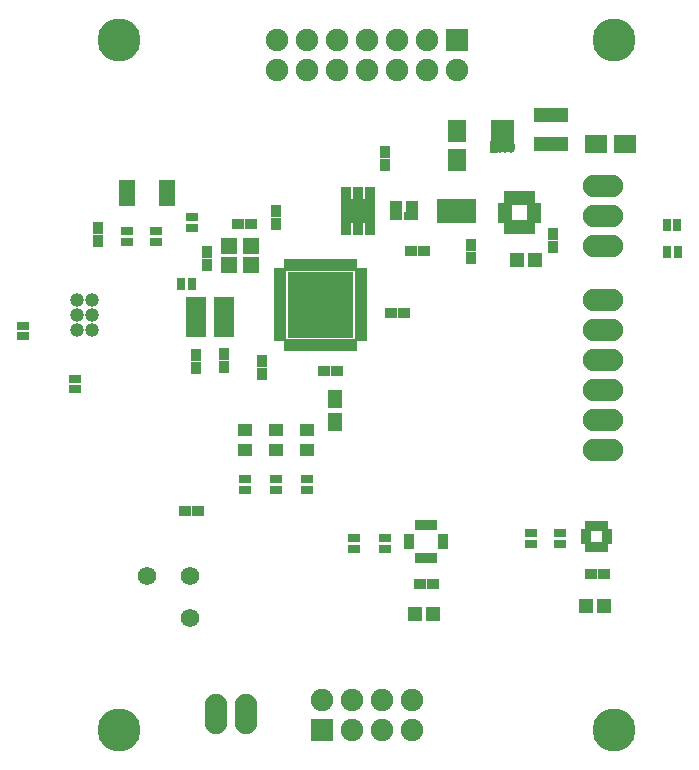
<source format=gbr>
G04 #@! TF.FileFunction,Soldermask,Top*
%FSLAX46Y46*%
G04 Gerber Fmt 4.6, Leading zero omitted, Abs format (unit mm)*
G04 Created by KiCad (PCBNEW 4.0.4-stable) date 01/20/17 21:30:08*
%MOMM*%
%LPD*%
G01*
G04 APERTURE LIST*
%ADD10C,0.100000*%
%ADD11R,1.650000X1.900000*%
%ADD12R,1.900000X1.650000*%
%ADD13R,0.900000X1.000000*%
%ADD14R,1.000000X0.900000*%
%ADD15R,1.200000X1.150000*%
%ADD16R,2.900000X1.150000*%
%ADD17R,1.800000X3.400000*%
%ADD18R,0.800000X1.000000*%
%ADD19R,0.650000X1.000000*%
%ADD20O,0.650000X1.000000*%
%ADD21R,0.700000X1.900000*%
%ADD22R,1.100000X0.650000*%
%ADD23R,0.650000X1.100000*%
%ADD24R,1.687500X1.687500*%
%ADD25R,1.200000X0.650000*%
%ADD26R,1.050000X0.650000*%
%ADD27R,0.850000X1.250000*%
%ADD28R,2.900000X2.000000*%
%ADD29R,1.400000X1.350000*%
%ADD30R,0.750000X1.200000*%
%ADD31R,1.200000X0.750000*%
%ADD32R,1.700000X0.800000*%
%ADD33O,3.414980X1.906220*%
%ADD34R,1.200000X1.000000*%
%ADD35R,1.000000X0.800000*%
%ADD36R,1.898600X1.898600*%
%ADD37C,1.898600*%
%ADD38C,1.187400*%
%ADD39R,1.150000X1.600000*%
%ADD40C,3.651200*%
%ADD41R,0.950000X0.800000*%
%ADD42R,0.800000X0.950000*%
%ADD43R,1.400000X2.300000*%
%ADD44C,1.558000*%
%ADD45R,1.910000X1.910000*%
%ADD46C,1.910000*%
%ADD47O,1.910000X3.410000*%
G04 APERTURE END LIST*
D10*
D11*
X134620000Y-80080800D03*
X134620000Y-82580800D03*
D12*
X146400200Y-81203800D03*
X148900200Y-81203800D03*
D13*
X119329200Y-87976800D03*
X119329200Y-86876800D03*
D14*
X129040800Y-95529400D03*
X130140800Y-95529400D03*
X117186800Y-87960200D03*
X116086800Y-87960200D03*
D13*
X118160800Y-99576800D03*
X118160800Y-100676800D03*
D14*
X123351200Y-100431600D03*
X124451200Y-100431600D03*
D13*
X113461800Y-91431200D03*
X113461800Y-90331200D03*
X112522000Y-99018000D03*
X112522000Y-100118000D03*
X114935000Y-98967200D03*
X114935000Y-100067200D03*
D14*
X130768000Y-90220800D03*
X131868000Y-90220800D03*
D13*
X142748000Y-88781800D03*
X142748000Y-89881800D03*
D15*
X141212000Y-91008200D03*
X139712000Y-91008200D03*
D13*
X135864600Y-89721600D03*
X135864600Y-90821600D03*
X128574800Y-82998400D03*
X128574800Y-81898400D03*
D16*
X142570200Y-81209600D03*
X142570200Y-78759600D03*
D17*
X114935000Y-95859600D03*
X112535000Y-95859600D03*
D18*
X111310000Y-93014800D03*
X112210000Y-93014800D03*
D19*
X137752200Y-81432400D03*
D20*
X138252200Y-81432400D03*
D21*
X137902200Y-80082400D03*
X138502200Y-80082400D03*
X139102200Y-80082400D03*
D20*
X138752200Y-81432400D03*
X139252200Y-81432400D03*
D22*
X119681600Y-92064600D03*
X119681600Y-92564600D03*
X119681600Y-93064600D03*
X119681600Y-93564600D03*
X119681600Y-94064600D03*
X119681600Y-94564600D03*
X119681600Y-95064600D03*
X119681600Y-95564600D03*
X119681600Y-96064600D03*
X119681600Y-96564600D03*
X119681600Y-97064600D03*
X119681600Y-97564600D03*
D23*
X120331600Y-98214600D03*
X120831600Y-98214600D03*
X121331600Y-98214600D03*
X121831600Y-98214600D03*
X122331600Y-98214600D03*
X122831600Y-98214600D03*
X123331600Y-98214600D03*
X123831600Y-98214600D03*
X124331600Y-98214600D03*
X124831600Y-98214600D03*
X125331600Y-98214600D03*
X125831600Y-98214600D03*
D22*
X126481600Y-97564600D03*
X126481600Y-97064600D03*
X126481600Y-96564600D03*
X126481600Y-96064600D03*
X126481600Y-95564600D03*
X126481600Y-95064600D03*
X126481600Y-94564600D03*
X126481600Y-94064600D03*
X126481600Y-93564600D03*
X126481600Y-93064600D03*
X126481600Y-92564600D03*
X126481600Y-92064600D03*
D23*
X125831600Y-91414600D03*
X125331600Y-91414600D03*
X124831600Y-91414600D03*
X124331600Y-91414600D03*
X123831600Y-91414600D03*
X123331600Y-91414600D03*
X122831600Y-91414600D03*
X122331600Y-91414600D03*
X121831600Y-91414600D03*
X121331600Y-91414600D03*
X120831600Y-91414600D03*
X120331600Y-91414600D03*
D24*
X125012850Y-96745850D03*
X125012850Y-95458350D03*
X125012850Y-94170850D03*
X125012850Y-92883350D03*
X123725350Y-96745850D03*
X123725350Y-95458350D03*
X123725350Y-94170850D03*
X123725350Y-92883350D03*
X122437850Y-96745850D03*
X122437850Y-95458350D03*
X122437850Y-94170850D03*
X122437850Y-92883350D03*
X121150350Y-96745850D03*
X121150350Y-95458350D03*
X121150350Y-94170850D03*
X121150350Y-92883350D03*
D25*
X130751235Y-87320865D03*
D26*
X130826235Y-86820865D03*
X130826235Y-86320865D03*
X129476235Y-86320865D03*
X129476235Y-86820865D03*
X129476235Y-87320865D03*
D27*
X125290435Y-88294065D03*
X126290435Y-88294065D03*
X127290435Y-88294065D03*
X127290435Y-85394065D03*
X126290435Y-85394065D03*
X125290435Y-85394065D03*
D28*
X126290435Y-86844065D03*
D29*
X117180800Y-89852200D03*
X115330800Y-89852200D03*
X115330800Y-91402200D03*
X117180800Y-91402200D03*
D30*
X140930235Y-88248665D03*
X140430235Y-88248665D03*
X139930235Y-88248665D03*
X139430235Y-88248665D03*
X138930235Y-88248665D03*
D31*
X138680235Y-86498665D03*
X138680235Y-87498665D03*
X138680235Y-86998665D03*
D30*
X138930235Y-85748665D03*
X139430235Y-85748665D03*
X139930235Y-85748665D03*
X140430235Y-85748665D03*
X140930235Y-85748665D03*
D31*
X141180235Y-86498665D03*
X141180235Y-86998665D03*
X141180235Y-87498665D03*
D32*
X135421635Y-86846265D03*
X133821635Y-86846265D03*
X135421635Y-86196265D03*
X135421635Y-87496265D03*
X133821635Y-87496265D03*
X133821635Y-86196265D03*
D33*
X147015200Y-84759800D03*
X147015200Y-87299800D03*
X147015200Y-89839800D03*
X147015200Y-94361000D03*
X147015200Y-96901000D03*
X147015200Y-99441000D03*
X147015200Y-101981000D03*
X147015200Y-104521000D03*
X147015200Y-107061000D03*
D34*
X116713000Y-105398200D03*
X116713000Y-107098200D03*
X119303800Y-105372800D03*
X119303800Y-107072800D03*
X121945400Y-105372800D03*
X121945400Y-107072800D03*
D35*
X116713000Y-109582800D03*
X116713000Y-110482800D03*
X119303800Y-109582800D03*
X119303800Y-110482800D03*
X121945400Y-109582800D03*
X121945400Y-110482800D03*
D18*
X152407200Y-88011000D03*
X153307200Y-88011000D03*
X153332600Y-90347800D03*
X152432600Y-90347800D03*
D36*
X134620000Y-72390000D03*
D37*
X134620000Y-74930000D03*
X132080000Y-72390000D03*
X132080000Y-74930000D03*
X129540000Y-72390000D03*
X129540000Y-74930000D03*
X127000000Y-72390000D03*
X127000000Y-74930000D03*
X124460000Y-72390000D03*
X124460000Y-74930000D03*
X121920000Y-72390000D03*
X121920000Y-74930000D03*
X119380000Y-72390000D03*
X119380000Y-74930000D03*
D38*
X103784400Y-96926400D03*
X103784400Y-95656400D03*
X103784400Y-94386400D03*
X102514400Y-94386400D03*
X102514400Y-95656400D03*
X102514400Y-96926400D03*
D39*
X124333000Y-102809000D03*
X124333000Y-104709000D03*
D40*
X147955000Y-130810000D03*
X147955000Y-72390000D03*
X106045000Y-72390000D03*
X106045000Y-130810000D03*
D15*
X147079400Y-120269000D03*
X145579400Y-120269000D03*
D14*
X147057200Y-117551200D03*
X145957200Y-117551200D03*
X132604600Y-118465600D03*
X131504600Y-118465600D03*
D15*
X132626800Y-120954800D03*
X131126800Y-120954800D03*
D35*
X102336600Y-101048400D03*
X102336600Y-101948400D03*
X97866200Y-97478000D03*
X97866200Y-96578000D03*
X125933200Y-115461200D03*
X125933200Y-114561200D03*
X128549400Y-115454000D03*
X128549400Y-114554000D03*
X140893800Y-115029400D03*
X140893800Y-114129400D03*
X143408400Y-115029400D03*
X143408400Y-114129400D03*
D41*
X147376400Y-114727000D03*
X147376400Y-114127000D03*
D42*
X147056400Y-113507000D03*
X146456400Y-113507000D03*
X145856400Y-113507000D03*
D41*
X145536400Y-114127000D03*
X145536400Y-114727000D03*
D42*
X145856400Y-115347000D03*
X146456400Y-115347000D03*
X147056400Y-115347000D03*
D13*
X104292400Y-89373800D03*
X104292400Y-88273800D03*
D35*
X109194600Y-88577000D03*
X109194600Y-89477000D03*
X106705400Y-89477000D03*
X106705400Y-88577000D03*
D43*
X110107200Y-85369400D03*
X106707200Y-85369400D03*
D41*
X133428800Y-115133400D03*
X133428800Y-114533400D03*
D42*
X132603800Y-113408400D03*
X132003800Y-113408400D03*
X131403800Y-113408400D03*
D41*
X130578800Y-114533400D03*
X130578800Y-115133400D03*
D42*
X131403800Y-116258400D03*
X132003800Y-116258400D03*
X132603800Y-116258400D03*
D14*
X111591000Y-112268000D03*
X112691000Y-112268000D03*
D44*
X108422000Y-117729000D03*
X112014000Y-121321000D03*
X112014000Y-117729000D03*
D45*
X123190000Y-130810000D03*
D46*
X123190000Y-128270000D03*
X125730000Y-130810000D03*
X125730000Y-128270000D03*
X128270000Y-130810000D03*
X128270000Y-128270000D03*
X130810000Y-130810000D03*
X130810000Y-128270000D03*
D47*
X114223800Y-129413000D03*
X116763800Y-129413000D03*
D35*
X112191800Y-88308600D03*
X112191800Y-87408600D03*
M02*

</source>
